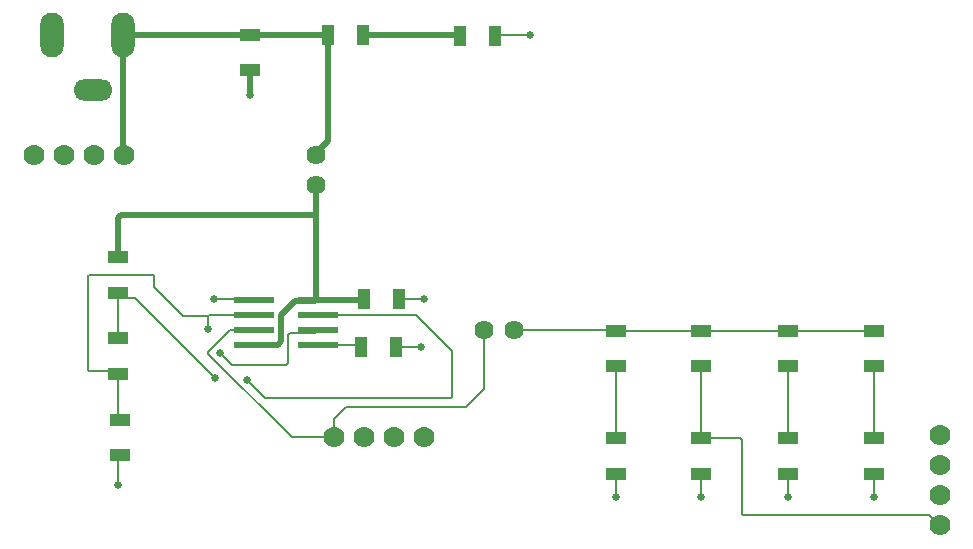
<source format=gtl>
G04*
G04 #@! TF.GenerationSoftware,Altium Limited,Altium Designer,23.8.1 (32)*
G04*
G04 Layer_Physical_Order=1*
G04 Layer_Color=255*
%FSLAX44Y44*%
%MOMM*%
G71*
G04*
G04 #@! TF.SameCoordinates,EF1116E4-02E2-45A5-A5C3-51D3E917E2D0*
G04*
G04*
G04 #@! TF.FilePolarity,Positive*
G04*
G01*
G75*
%ADD11C,0.5080*%
%ADD15C,0.2540*%
%ADD17C,0.1524*%
%ADD19R,3.4000X0.6000*%
%ADD20R,1.8034X1.1176*%
%ADD21R,1.1176X1.8034*%
%ADD31C,1.6200*%
%ADD32C,1.7780*%
%ADD33O,2.0000X3.8000*%
%ADD34O,3.3000X1.8000*%
%ADD35C,0.6350*%
D11*
X345186Y457200D02*
X426974D01*
X277773Y222447D02*
Y222447D01*
X252860Y194770D02*
X272555D01*
X275530Y220205D02*
X277773Y222447D01*
X272555Y194770D02*
X275530Y197746D01*
Y220205D01*
X277773Y222447D02*
X287275Y231950D01*
X303880D01*
X141760Y356080D02*
Y456720D01*
Y356080D02*
X142240Y355600D01*
X141280Y457200D02*
X141760Y456720D01*
X303880Y231950D02*
X304800Y232870D01*
X252400Y194310D02*
X252860Y194770D01*
X137160Y268986D02*
Y301824D01*
X140136Y304800D02*
X304800D01*
X137160Y301824D02*
X140136Y304800D01*
X304800D02*
Y330200D01*
Y232870D02*
Y304800D01*
Y355600D02*
Y357004D01*
X315214Y367417D02*
Y457200D01*
X304800Y357004D02*
X315214Y367417D01*
X248920Y406400D02*
Y427228D01*
Y457200D02*
X315214D01*
X141280D02*
X248920D01*
X306400Y232410D02*
X344424D01*
D15*
X345694Y233680D01*
D17*
X261620Y149860D02*
X419477D01*
X420370Y150753D02*
Y189230D01*
X419477Y149860D02*
X420370Y150753D01*
X389890Y219710D02*
X420370Y189230D01*
X246380Y165100D02*
X261620Y149860D01*
X151892Y234188D02*
X219710Y166370D01*
X141986Y234188D02*
X151892D01*
X137160Y133701D02*
Y170307D01*
Y133701D02*
X139289Y131572D01*
X223520Y187960D02*
X233680Y177800D01*
X279400D01*
X306400Y194310D02*
X341884D01*
X343154Y193040D01*
X213995Y219075D02*
X214630Y219710D01*
X213360Y218440D02*
X213995Y219075D01*
X134747Y172720D02*
X137160Y170307D01*
X112653Y172720D02*
X134747D01*
X111760Y173613D02*
X112653Y172720D01*
X111760Y173613D02*
Y253107D01*
X112653Y254000D01*
X166747D01*
X167640Y243840D02*
Y253107D01*
X166747Y254000D02*
X167640Y253107D01*
Y243840D02*
X192405Y219075D01*
X213995D01*
X214630Y219710D02*
X252400D01*
X213360Y208280D02*
Y218440D01*
X281372Y179772D02*
Y203200D01*
X279400Y177800D02*
X281372Y179772D01*
Y203200D02*
X282944Y204772D01*
X304162D02*
X306400Y207010D01*
X282944Y204772D02*
X304162D01*
X306400Y219710D02*
X389890D01*
X284480Y116840D02*
X320040D01*
X213991Y187329D02*
Y188591D01*
Y187329D02*
X284480Y116840D01*
X213991Y188591D02*
X232410Y207010D01*
X665480Y51693D02*
Y114300D01*
X824230Y50800D02*
X833120Y41910D01*
X665480Y51693D02*
X666373Y50800D01*
X824230D01*
X704850Y66040D02*
Y85598D01*
X777240Y66040D02*
Y85598D01*
X458216Y457200D02*
X486410D01*
X456946Y455930D02*
X458216Y457200D01*
X304162Y209248D02*
X306400Y207010D01*
X373126Y193040D02*
X393700D01*
X137160Y239014D02*
X141986Y234188D01*
X137160Y200279D02*
Y239014D01*
X232410Y207010D02*
X252400D01*
X320040Y116840D02*
Y132080D01*
X330200Y142240D01*
X431800D01*
X447040Y157480D02*
Y207010D01*
X431800Y142240D02*
X447040Y157480D01*
X664210Y115570D02*
X665480Y114300D01*
X631190Y115570D02*
X664210D01*
X558546Y207010D02*
X558800Y206756D01*
X472440Y207010D02*
X558546D01*
X558800Y206756D02*
X631190D01*
X704850D01*
X777240D01*
Y115570D02*
Y176784D01*
X704850Y115570D02*
Y176784D01*
X631190Y115570D02*
Y176784D01*
X558800Y115570D02*
Y176784D01*
X631190Y66040D02*
Y85598D01*
X558800Y66040D02*
Y85598D01*
X137160Y76200D02*
Y99471D01*
X139289Y101600D01*
X218440Y233680D02*
X251130D01*
X252400Y232410D01*
X375666Y233680D02*
X396240D01*
D19*
X252400Y232410D02*
D03*
Y219710D02*
D03*
Y207010D02*
D03*
Y194310D02*
D03*
X306400D02*
D03*
Y207010D02*
D03*
Y219710D02*
D03*
Y232410D02*
D03*
D20*
X137160Y239014D02*
D03*
Y268986D02*
D03*
X248920Y457200D02*
D03*
Y427228D02*
D03*
X139289Y131572D02*
D03*
Y101600D02*
D03*
X137160Y170307D02*
D03*
Y200279D02*
D03*
X777240Y115570D02*
D03*
Y85598D02*
D03*
X631190Y115570D02*
D03*
Y85598D02*
D03*
X558800Y115570D02*
D03*
Y85598D02*
D03*
X777240Y176784D02*
D03*
Y206756D02*
D03*
X704850Y176784D02*
D03*
Y206756D02*
D03*
X558800Y176784D02*
D03*
Y206756D02*
D03*
X631190Y176784D02*
D03*
Y206756D02*
D03*
X704850Y115570D02*
D03*
Y85598D02*
D03*
D21*
X343154Y193040D02*
D03*
X373126D02*
D03*
X345694Y233680D02*
D03*
X375666D02*
D03*
X345186Y457200D02*
D03*
X315214D02*
D03*
X426974Y455930D02*
D03*
X456946D02*
D03*
D31*
X304800Y330200D02*
D03*
Y355600D02*
D03*
X447040Y207010D02*
D03*
X472440D02*
D03*
D32*
X370840Y116840D02*
D03*
X396240D02*
D03*
X320040D02*
D03*
X345440D02*
D03*
X116840Y355600D02*
D03*
X142240D02*
D03*
X66040D02*
D03*
X91440D02*
D03*
X833120Y67310D02*
D03*
Y41910D02*
D03*
Y118110D02*
D03*
Y92710D02*
D03*
D33*
X141280Y457200D02*
D03*
X81280D02*
D03*
D34*
X116280Y410700D02*
D03*
D35*
X219710Y166370D02*
D03*
X223520Y187960D02*
D03*
X213360Y208280D02*
D03*
X246380Y165100D02*
D03*
X704850Y66040D02*
D03*
X777240D02*
D03*
X486410Y457200D02*
D03*
X393700Y193040D02*
D03*
X248920Y406400D02*
D03*
X218440Y233680D02*
D03*
X137160Y76200D02*
D03*
X631190Y66040D02*
D03*
X558800D02*
D03*
X396240Y233680D02*
D03*
M02*

</source>
